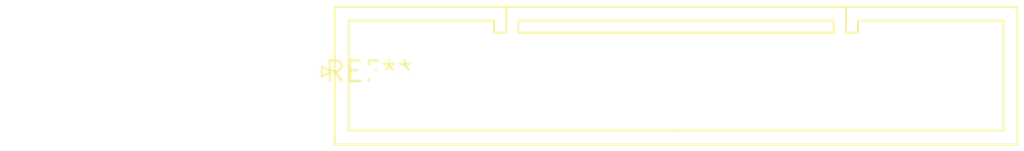
<source format=kicad_pcb>
(kicad_pcb (version 20240108) (generator pcbnew)
  (layers (0 "F.Cu" signal) (31 "B.Cu" signal) (34 "B.Paste" user) (35 "F.Paste" user) (36 "B.SilkS" user "B.Silkscreen") (37 "F.SilkS" user "F.Silkscreen") (38 "B.Mask" user) (39 "F.Mask" user) (44 "Edge.Cuts" user))
  (net 0 "")
  (footprint "JST_PUD_B40B-PUDSS_2x20_P2.00mm_Vertical" (layer "F.Cu") (at 0 0)
    (property "Reference" "REF**")
    (property "Value" "JST_PUD_B40B-PUDSS_2x20_P2.00mm_Vertical")
    (fp_line (start -2.91 -0.3) (end -2.31 0) (layer "F.SilkS") (stroke (width 0.12)))
    (fp_line (start -2.91 0.3) (end -2.91 -0.3) (layer "F.SilkS") (stroke (width 0.12)))
    (fp_line (start -2.31 0) (end -2.91 0.3) (layer "F.SilkS") (stroke (width 0.12)))
    (fp_line (start -2.11 -4.01) (end -2.11 4.51) (layer "F.SilkS") (stroke (width 0.12)))
    (fp_line (start -2.11 4.51) (end 40.11 4.51) (layer "F.SilkS") (stroke (width 0.12)))
    (fp_line (start -1.25 -3.15) (end -1.25 3.65) (layer "F.SilkS") (stroke (width 0.12)))
    (fp_line (start -1.25 3.65) (end 19 3.65) (layer "F.SilkS") (stroke (width 0.12)))
    (fp_line (start 7.75 -3.15) (end -1.25 -3.15) (layer "F.SilkS") (stroke (width 0.12)))
    (fp_line (start 7.75 -2.4) (end 7.75 -3.15) (layer "F.SilkS") (stroke (width 0.12)))
    (fp_line (start 8.5 -4.01) (end 8.5 -2.4) (layer "F.SilkS") (stroke (width 0.12)))
    (fp_line (start 8.5 -2.4) (end 7.75 -2.4) (layer "F.SilkS") (stroke (width 0.12)))
    (fp_line (start 9.25 -3.15) (end 9.25 -2.4) (layer "F.SilkS") (stroke (width 0.12)))
    (fp_line (start 9.25 -2.4) (end 28.75 -2.4) (layer "F.SilkS") (stroke (width 0.12)))
    (fp_line (start 28.75 -3.15) (end 9.25 -3.15) (layer "F.SilkS") (stroke (width 0.12)))
    (fp_line (start 28.75 -2.4) (end 28.75 -3.15) (layer "F.SilkS") (stroke (width 0.12)))
    (fp_line (start 29.5 -4.01) (end 29.5 -2.4) (layer "F.SilkS") (stroke (width 0.12)))
    (fp_line (start 29.5 -2.4) (end 30.25 -2.4) (layer "F.SilkS") (stroke (width 0.12)))
    (fp_line (start 30.25 -3.15) (end 39.25 -3.15) (layer "F.SilkS") (stroke (width 0.12)))
    (fp_line (start 30.25 -2.4) (end 30.25 -3.15) (layer "F.SilkS") (stroke (width 0.12)))
    (fp_line (start 39.25 -3.15) (end 39.25 3.65) (layer "F.SilkS") (stroke (width 0.12)))
    (fp_line (start 39.25 3.65) (end 19 3.65) (layer "F.SilkS") (stroke (width 0.12)))
    (fp_line (start 40.11 -4.01) (end -2.11 -4.01) (layer "F.SilkS") (stroke (width 0.12)))
    (fp_line (start 40.11 4.51) (end 40.11 -4.01) (layer "F.SilkS") (stroke (width 0.12)))
    (pad "1" thru_hole roundrect (at 0 0) (size 1.2 1.2) (drill 0.75) (layers *.Cu *.Mask) (remove_unused_layers) (roundrect_rratio 0.208333))
    (pad "2" thru_hole circle (at 0 2) (size 1.2 1.2) (drill 0.75) (layers *.Cu *.Mask) (remove_unused_layers))
    (pad "3" thru_hole circle (at 2 0) (size 1.2 1.2) (drill 0.75) (layers *.Cu *.Mask) (remove_unused_layers))
    (pad "4" thru_hole circle (at 2 2) (size 1.2 1.2) (drill 0.75) (layers *.Cu *.Mask) (remove_unused_layers))
    (pad "5" thru_hole circle (at 4 0) (size 1.2 1.2) (drill 0.75) (layers *.Cu *.Mask) (remove_unused_layers))
    (pad "6" thru_hole circle (at 4 2) (size 1.2 1.2) (drill 0.75) (layers *.Cu *.Mask) (remove_unused_layers))
    (pad "7" thru_hole circle (at 6 0) (size 1.2 1.2) (drill 0.75) (layers *.Cu *.Mask) (remove_unused_layers))
    (pad "8" thru_hole circle (at 6 2) (size 1.2 1.2) (drill 0.75) (layers *.Cu *.Mask) (remove_unused_layers))
    (pad "9" thru_hole circle (at 8 0) (size 1.2 1.2) (drill 0.75) (layers *.Cu *.Mask) (remove_unused_layers))
    (pad "10" thru_hole circle (at 8 2) (size 1.2 1.2) (drill 0.75) (layers *.Cu *.Mask) (remove_unused_layers))
    (pad "11" thru_hole circle (at 10 0) (size 1.2 1.2) (drill 0.75) (layers *.Cu *.Mask) (remove_unused_layers))
    (pad "12" thru_hole circle (at 10 2) (size 1.2 1.2) (drill 0.75) (layers *.Cu *.Mask) (remove_unused_layers))
    (pad "13" thru_hole circle (at 12 0) (size 1.2 1.2) (drill 0.75) (layers *.Cu *.Mask) (remove_unused_layers))
    (pad "14" thru_hole circle (at 12 2) (size 1.2 1.2) (drill 0.75) (layers *.Cu *.Mask) (remove_unused_layers))
    (pad "15" thru_hole circle (at 14 0) (size 1.2 1.2) (drill 0.75) (layers *.Cu *.Mask) (remove_unused_layers))
    (pad "16" thru_hole circle (at 14 2) (size 1.2 1.2) (drill 0.75) (layers *.Cu *.Mask) (remove_unused_layers))
    (pad "17" thru_hole circle (at 16 0) (size 1.2 1.2) (drill 0.75) (layers *.Cu *.Mask) (remove_unused_layers))
    (pad "18" thru_hole circle (at 16 2) (size 1.2 1.2) (drill 0.75) (layers *.Cu *.Mask) (remove_unused_layers))
    (pad "19" thru_hole circle (at 18 0) (size 1.2 1.2) (drill 0.75) (layers *.Cu *.Mask) (remove_unused_layers))
    (pad "20" thru_hole circle (at 18 2) (size 1.2 1.2) (drill 0.75) (layers *.Cu *.Mask) (remove_unused_layers))
    (pad "21" thru_hole circle (at 20 0) (size 1.2 1.2) (drill 0.75) (layers *.Cu *.Mask) (remove_unused_layers))
    (pad "22" thru_hole circle (at 20 2) (size 1.2 1.2) (drill 0.75) (layers *.Cu *.Mask) (remove_unused_layers))
    (pad "23" thru_hole circle (at 22 0) (size 1.2 1.2) (drill 0.75) (layers *.Cu *.Mask) (remove_unused_layers))
    (pad "24" thru_hole circle (at 22 2) (size 1.2 1.2) (drill 0.75) (layers *.Cu *.Mask) (remove_unused_layers))
    (pad "25" thru_hole circle (at 24 0) (size 1.2 1.2) (drill 0.75) (layers *.Cu *.Mask) (remove_unused_layers))
    (pad "26" thru_hole circle (at 24 2) (size 1.2 1.2) (drill 0.75) (layers *.Cu *.Mask) (remove_unused_layers))
    (pad "27" thru_hole circle (at 26 0) (size 1.2 1.2) (drill 0.75) (layers *.Cu *.Mask) (remove_unused_layers))
    (pad "28" thru_hole circle (at 26 2) (size 1.2 1.2) (drill 0.75) (layers *.Cu *.Mask) (remove_unused_layers))
    (pad "29" thru_hole circle (at 28 0) (size 1.2 1.2) (drill 0.75) (layers *.Cu *.Mask) (remove_unused_layers))
    (pad "30" thru_hole circle (at 28 2) (size 1.2 1.2) (drill 0.75) (layers *.Cu *.Mask) (remove_unused_layers))
    (pad "31" thru_hole circle (at 30 0) (size 1.2 1.2) (drill 0.75) (layers *.Cu *.Mask) (remove_unused_layers))
    (pad "32" thru_hole circle (at 30 2) (size 1.2 1.2) (drill 0.75) (layers *.Cu *.Mask) (remove_unused_layers))
    (pad "33" thru_hole circle (at 32 0) (size 1.2 1.2) (drill 0.75) (layers *.Cu *.Mask) (remove_unused_layers))
    (pad "34" thru_hole circle (at 32 2) (size 1.2 1.2) (drill 0.75) (layers *.Cu *.Mask) (remove_unused_layers))
    (pad "35" thru_hole circle (at 34 0) (size 1.2 1.2) (drill 0.75) (layers *.Cu *.Mask) (remove_unused_layers))
    (pad "36" thru_hole circle (at 34 2) (size 1.2 1.2) (drill 0.75) (layers *.Cu *.Mask) (remove_unused_layers))
    (pad "37" thru_hole circle (at 36 0) (size 1.2 1.2) (drill 0.75) (layers *.Cu *.Mask) (remove_unused_layers))
    (pad "38" thru_hole circle (at 36 2) (size 1.2 1.2) (drill 0.75) (layers *.Cu *.Mask) (remove_unused_layers))
    (pad "39" thru_hole circle (at 38 0) (size 1.2 1.2) (drill 0.75) (layers *.Cu *.Mask) (remove_unused_layers))
    (pad "40" thru_hole circle (at 38 2) (size 1.2 1.2) (drill 0.75) (layers *.Cu *.Mask) (remove_unused_layers))
  )
)
</source>
